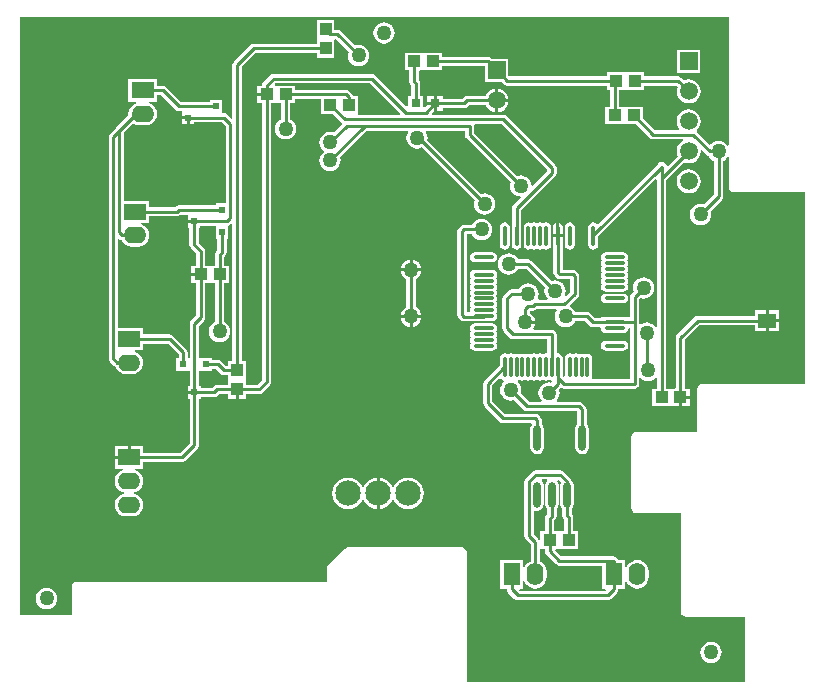
<source format=gtl>
G04*
G04 #@! TF.GenerationSoftware,Altium Limited,Altium Designer,19.1.5 (86)*
G04*
G04 Layer_Physical_Order=1*
G04 Layer_Color=255*
%FSLAX25Y25*%
%MOIN*%
G70*
G01*
G75*
%ADD16C,0.01000*%
%ADD17R,0.04134X0.03937*%
%ADD18R,0.03937X0.04134*%
%ADD21R,0.02441X0.02264*%
%ADD22O,0.02362X0.08661*%
%ADD23R,0.06122X0.05118*%
%ADD24R,0.03150X0.03150*%
%ADD25R,0.02264X0.02441*%
%ADD43O,0.07087X0.01181*%
%ADD44O,0.01181X0.07087*%
%ADD45C,0.05906*%
%ADD46R,0.05906X0.05906*%
%ADD47O,0.07500X0.05500*%
%ADD48R,0.07500X0.05500*%
%ADD49O,0.05500X0.07500*%
%ADD50R,0.05500X0.07500*%
%ADD51C,0.08465*%
%ADD52C,0.05000*%
G36*
X466471Y350007D02*
X465971Y349878D01*
X465496Y350496D01*
X464765Y351057D01*
X463914Y351410D01*
X463000Y351530D01*
X462086Y351410D01*
X461235Y351057D01*
X460504Y350496D01*
X460371Y350323D01*
X459872Y350291D01*
X455702Y354461D01*
X455675Y355070D01*
X455819Y355181D01*
X456453Y356007D01*
X456851Y356968D01*
X456987Y358000D01*
X456851Y359032D01*
X456453Y359993D01*
X455819Y360819D01*
X454993Y361453D01*
X454032Y361851D01*
X453000Y361987D01*
X451968Y361851D01*
X451007Y361453D01*
X450181Y360819D01*
X449547Y359993D01*
X449149Y359032D01*
X449013Y358000D01*
X449149Y356968D01*
X449547Y356007D01*
X449877Y355577D01*
X449631Y355077D01*
X441834D01*
X437716Y359194D01*
Y362968D01*
X431917D01*
X431583Y362968D01*
X431083Y362968D01*
X429880D01*
Y368531D01*
X431583D01*
X431917Y368531D01*
X432417Y368531D01*
X438216D01*
Y369971D01*
X448867D01*
X449341Y369496D01*
X449149Y369032D01*
X449013Y368000D01*
X449149Y366968D01*
X449547Y366007D01*
X450181Y365181D01*
X451007Y364547D01*
X451968Y364149D01*
X453000Y364013D01*
X454032Y364149D01*
X454993Y364547D01*
X455819Y365181D01*
X456453Y366007D01*
X456851Y366968D01*
X456987Y368000D01*
X456851Y369032D01*
X456453Y369993D01*
X455819Y370819D01*
X454993Y371453D01*
X454032Y371851D01*
X453000Y371987D01*
X451968Y371851D01*
X451504Y371659D01*
X450581Y372581D01*
X450085Y372913D01*
X449500Y373029D01*
X438216D01*
Y374468D01*
X432417D01*
X432083Y374468D01*
X431583Y374468D01*
X425783D01*
Y373029D01*
X393133D01*
X392953Y373210D01*
Y378953D01*
X387210D01*
X387081Y379081D01*
X386585Y379413D01*
X386000Y379529D01*
X370866D01*
Y380968D01*
X365067D01*
X364732Y380968D01*
X364232Y380968D01*
X358433D01*
Y375031D01*
X359971D01*
Y371204D01*
X360087Y370619D01*
X360419Y370123D01*
X360475Y370066D01*
Y366575D01*
X359429D01*
Y363187D01*
X358967Y362996D01*
X348581Y373381D01*
X348085Y373713D01*
X347500Y373829D01*
X314650D01*
X314065Y373713D01*
X313569Y373381D01*
X311269Y371081D01*
X310937Y370585D01*
X310821Y370000D01*
Y369969D01*
X309283D01*
Y367500D01*
X312350D01*
Y366500D01*
X309283D01*
Y364032D01*
X310821D01*
Y271885D01*
X309167Y270230D01*
X305469D01*
Y271768D01*
X305469D01*
Y271933D01*
X305469D01*
Y278067D01*
X304029D01*
Y376217D01*
X308633Y380821D01*
X329031D01*
Y379283D01*
X334968D01*
Y385161D01*
X335469Y385369D01*
X339688Y381149D01*
X339590Y380914D01*
X339470Y380000D01*
X339590Y379086D01*
X339943Y378235D01*
X340504Y377504D01*
X341235Y376943D01*
X342086Y376590D01*
X343000Y376470D01*
X343914Y376590D01*
X344765Y376943D01*
X345496Y377504D01*
X346057Y378235D01*
X346410Y379086D01*
X346530Y380000D01*
X346410Y380914D01*
X346057Y381765D01*
X345496Y382496D01*
X344765Y383057D01*
X343914Y383410D01*
X343000Y383530D01*
X342086Y383410D01*
X341851Y383312D01*
X336999Y388164D01*
X336503Y388496D01*
X335917Y388612D01*
X334968D01*
Y391717D01*
X329031D01*
Y385917D01*
X329031Y385583D01*
X329031Y385083D01*
Y383880D01*
X308000D01*
X307415Y383763D01*
X306919Y383432D01*
X301419Y377932D01*
X301087Y377436D01*
X300971Y376850D01*
Y359105D01*
X300509Y358914D01*
X299081Y360341D01*
X298585Y360673D01*
X298000Y360789D01*
X297632D01*
Y365220D01*
X293368D01*
Y364529D01*
X283834D01*
X278907Y369455D01*
X278411Y369787D01*
X277826Y369903D01*
X275750D01*
Y372124D01*
X266250D01*
Y364624D01*
X268912D01*
X269021Y364154D01*
X268109Y363776D01*
X267325Y363175D01*
X266724Y362391D01*
X266347Y361479D01*
X266218Y360500D01*
X266278Y360041D01*
X262119Y355881D01*
X260119Y353881D01*
X259787Y353385D01*
X259671Y352800D01*
Y279000D01*
X259787Y278415D01*
X260119Y277919D01*
X261493Y276545D01*
X261989Y276213D01*
X262030Y276205D01*
X262224Y275735D01*
X262825Y274952D01*
X263609Y274350D01*
X264521Y273973D01*
X265500Y273844D01*
X267500D01*
X268479Y273973D01*
X269391Y274350D01*
X270175Y274952D01*
X270776Y275735D01*
X271153Y276647D01*
X271282Y277626D01*
X271153Y278605D01*
X270776Y279517D01*
X270175Y280300D01*
X269391Y280902D01*
X268479Y281279D01*
X268588Y281750D01*
X271250D01*
Y283971D01*
X279366D01*
X282990Y280347D01*
Y279132D01*
X282299D01*
Y274868D01*
X286730D01*
Y269777D01*
X286039D01*
Y268146D01*
X288260D01*
Y267146D01*
X286039D01*
Y265514D01*
X286730D01*
Y250893D01*
X283366Y247529D01*
X271250D01*
Y249750D01*
X267000D01*
Y246000D01*
X266500D01*
Y245500D01*
X261750D01*
Y242250D01*
X264412D01*
X264521Y241779D01*
X263609Y241402D01*
X262825Y240800D01*
X262224Y240017D01*
X261846Y239105D01*
X261718Y238126D01*
X261846Y237147D01*
X262224Y236235D01*
X262825Y235452D01*
X263609Y234850D01*
X264521Y234472D01*
X264759Y234441D01*
Y233937D01*
X264521Y233906D01*
X263609Y233528D01*
X262825Y232927D01*
X262224Y232143D01*
X261846Y231231D01*
X261718Y230252D01*
X261846Y229273D01*
X262224Y228361D01*
X262825Y227577D01*
X263609Y226976D01*
X264521Y226599D01*
X265500Y226470D01*
X267500D01*
X268479Y226599D01*
X269391Y226976D01*
X270175Y227577D01*
X270776Y228361D01*
X271153Y229273D01*
X271282Y230252D01*
X271153Y231231D01*
X270776Y232143D01*
X270175Y232927D01*
X269391Y233528D01*
X268479Y233906D01*
X268241Y233937D01*
Y234441D01*
X268479Y234472D01*
X269391Y234850D01*
X270175Y235452D01*
X270776Y236235D01*
X271153Y237147D01*
X271282Y238126D01*
X271153Y239105D01*
X270776Y240017D01*
X270175Y240800D01*
X269391Y241402D01*
X268479Y241779D01*
X268588Y242250D01*
X271250D01*
Y244471D01*
X284000D01*
X284585Y244587D01*
X285081Y244919D01*
X289341Y249178D01*
X289673Y249675D01*
X289789Y250260D01*
Y265514D01*
X290480D01*
Y266116D01*
X294800D01*
X295385Y266233D01*
X295881Y266564D01*
X296489Y267171D01*
X299532D01*
Y265634D01*
X302000D01*
Y268701D01*
X303000D01*
Y265634D01*
X305469D01*
Y267171D01*
X309800D01*
X310385Y267288D01*
X310881Y267619D01*
X313432Y270170D01*
X313763Y270666D01*
X313880Y271251D01*
Y364032D01*
X315417D01*
Y364032D01*
X315583D01*
Y364032D01*
X317120D01*
Y358675D01*
X316884Y358577D01*
X316153Y358016D01*
X315592Y357285D01*
X315240Y356433D01*
X315119Y355520D01*
X315240Y354606D01*
X315592Y353754D01*
X316153Y353023D01*
X316884Y352462D01*
X317736Y352110D01*
X318650Y351989D01*
X319563Y352110D01*
X320415Y352462D01*
X321146Y353023D01*
X321707Y353754D01*
X322059Y354606D01*
X322180Y355520D01*
X322059Y356433D01*
X321707Y357285D01*
X321146Y358016D01*
X320415Y358577D01*
X320179Y358675D01*
Y364032D01*
X321716D01*
Y365471D01*
X330433D01*
Y360531D01*
X334404D01*
X337297Y357639D01*
X337376Y357586D01*
X337425Y357088D01*
X334649Y354312D01*
X334414Y354410D01*
X333500Y354530D01*
X332586Y354410D01*
X331735Y354057D01*
X331004Y353496D01*
X330443Y352765D01*
X330090Y351914D01*
X329970Y351000D01*
X330090Y350086D01*
X330443Y349235D01*
X331004Y348504D01*
X331334Y348250D01*
Y347750D01*
X331004Y347496D01*
X330443Y346765D01*
X330090Y345914D01*
X329970Y345000D01*
X330090Y344086D01*
X330443Y343235D01*
X331004Y342504D01*
X331735Y341943D01*
X332586Y341590D01*
X333500Y341470D01*
X334414Y341590D01*
X335265Y341943D01*
X335996Y342504D01*
X336557Y343235D01*
X336910Y344086D01*
X337030Y345000D01*
X336910Y345914D01*
X336812Y346149D01*
X345634Y354971D01*
X359419D01*
X359640Y354522D01*
X359443Y354265D01*
X359090Y353414D01*
X358970Y352500D01*
X359090Y351586D01*
X359443Y350735D01*
X360004Y350004D01*
X360735Y349443D01*
X361586Y349090D01*
X362500Y348970D01*
X363414Y349090D01*
X364003Y349334D01*
X381688Y331649D01*
X381590Y331414D01*
X381470Y330500D01*
X381590Y329586D01*
X381943Y328735D01*
X382504Y328004D01*
X383235Y327443D01*
X384086Y327090D01*
X385000Y326970D01*
X385914Y327090D01*
X386765Y327443D01*
X387496Y328004D01*
X388057Y328735D01*
X388410Y329586D01*
X388530Y330500D01*
X388410Y331414D01*
X388057Y332265D01*
X387496Y332996D01*
X386765Y333557D01*
X385914Y333910D01*
X385000Y334030D01*
X384086Y333910D01*
X383851Y333812D01*
X365929Y351734D01*
X366030Y352500D01*
X365910Y353414D01*
X365557Y354265D01*
X365360Y354522D01*
X365581Y354971D01*
X378471D01*
Y353500D01*
X378587Y352915D01*
X378919Y352419D01*
X393688Y337649D01*
X393590Y337414D01*
X393470Y336500D01*
X393590Y335586D01*
X393943Y334735D01*
X394504Y334004D01*
X395235Y333443D01*
X396086Y333090D01*
X396799Y332996D01*
X397003Y332492D01*
X394592Y330081D01*
X394260Y329585D01*
X394144Y329000D01*
Y323267D01*
X394052Y322803D01*
Y316898D01*
X394175Y316277D01*
X394527Y315751D01*
X395053Y315399D01*
X395673Y315276D01*
X396294Y315399D01*
X396820Y315751D01*
X397171Y316277D01*
X397295Y316898D01*
Y322803D01*
X397203Y323267D01*
Y328366D01*
X408581Y339745D01*
X408913Y340242D01*
X409029Y340827D01*
Y342500D01*
X408913Y343085D01*
X408581Y343581D01*
X392361Y359802D01*
X391865Y360133D01*
X391280Y360250D01*
X367566D01*
X367375Y360712D01*
X368000Y361337D01*
Y363500D01*
X365837D01*
X365079Y362742D01*
X364579Y362949D01*
Y366575D01*
X363533D01*
Y370700D01*
X363417Y371285D01*
X363085Y371781D01*
X363029Y371837D01*
Y374678D01*
X363383Y375031D01*
X364567Y375031D01*
X365067Y375031D01*
X370866D01*
Y376471D01*
X385047D01*
Y371047D01*
X390790D01*
X391419Y370419D01*
X391915Y370087D01*
X392500Y369971D01*
X425783D01*
Y368531D01*
X426821D01*
Y362968D01*
X425283D01*
Y357031D01*
X431083D01*
X431417Y357031D01*
X431917Y357031D01*
X435554D01*
X440119Y352466D01*
X440616Y352134D01*
X441201Y352018D01*
X451064D01*
X451164Y351518D01*
X451007Y351453D01*
X450181Y350819D01*
X449547Y349993D01*
X449149Y349032D01*
X449013Y348000D01*
X449149Y346968D01*
X449341Y346504D01*
X445996Y343159D01*
X445454Y343324D01*
X445413Y343529D01*
X445081Y344025D01*
X444585Y344356D01*
X444000Y344473D01*
X443415Y344356D01*
X442919Y344025D01*
X442850Y343922D01*
X422836Y323908D01*
X422410Y323950D01*
X421884Y324301D01*
X421264Y324425D01*
X420643Y324301D01*
X420117Y323950D01*
X419766Y323424D01*
X419642Y322803D01*
Y316898D01*
X419766Y316277D01*
X420117Y315751D01*
X420643Y315399D01*
X421264Y315276D01*
X421884Y315399D01*
X422410Y315751D01*
X422762Y316277D01*
X422886Y316898D01*
Y319632D01*
X441971Y338717D01*
X442471Y338510D01*
Y289507D01*
X441971Y289378D01*
X441496Y289996D01*
X440765Y290557D01*
X439914Y290910D01*
X439000Y291030D01*
X438086Y290910D01*
X437235Y290557D01*
X436978Y290360D01*
X436529Y290581D01*
Y298856D01*
X436906Y299165D01*
X437086Y299090D01*
X438000Y298970D01*
X438914Y299090D01*
X439765Y299443D01*
X440496Y300004D01*
X441057Y300735D01*
X441410Y301586D01*
X441530Y302500D01*
X441410Y303414D01*
X441057Y304265D01*
X440496Y304996D01*
X439765Y305557D01*
X438914Y305910D01*
X438000Y306030D01*
X437086Y305910D01*
X436235Y305557D01*
X435504Y304996D01*
X434943Y304265D01*
X434590Y303414D01*
X434470Y302500D01*
X434590Y301586D01*
X434688Y301351D01*
X433919Y300581D01*
X433587Y300085D01*
X433471Y299500D01*
Y292762D01*
X428350D01*
X428350Y292762D01*
X424532D01*
X423946Y292645D01*
X423773Y292529D01*
X421633D01*
X420081Y294081D01*
X419585Y294413D01*
X419000Y294529D01*
X415155D01*
X415057Y294765D01*
X414496Y295496D01*
X413765Y296057D01*
X413442Y296191D01*
X413344Y296681D01*
X416081Y299419D01*
X416413Y299915D01*
X416529Y300500D01*
Y306414D01*
X416413Y306999D01*
X416081Y307496D01*
X415496Y308081D01*
X414999Y308413D01*
X414414Y308529D01*
X410982D01*
Y316434D01*
X411074Y316898D01*
Y319350D01*
X407831D01*
Y316898D01*
X407923Y316434D01*
Y307586D01*
X408040Y307000D01*
X408371Y306504D01*
X408957Y305919D01*
X409453Y305587D01*
X410039Y305471D01*
X413471D01*
Y301133D01*
X412117Y299780D01*
X411693Y300063D01*
X411910Y300586D01*
X412030Y301500D01*
X411910Y302414D01*
X411557Y303265D01*
X410996Y303996D01*
X410265Y304557D01*
X409414Y304910D01*
X408500Y305030D01*
X407586Y304910D01*
X407351Y304812D01*
X400581Y311581D01*
X400085Y311913D01*
X399500Y312029D01*
X396155D01*
X396057Y312265D01*
X395496Y312996D01*
X394765Y313557D01*
X393914Y313910D01*
X393000Y314030D01*
X392086Y313910D01*
X391235Y313557D01*
X390504Y312996D01*
X389943Y312265D01*
X389590Y311414D01*
X389470Y310500D01*
X389590Y309586D01*
X389943Y308735D01*
X390504Y308004D01*
X391235Y307443D01*
X392086Y307090D01*
X393000Y306970D01*
X393914Y307090D01*
X394765Y307443D01*
X395496Y308004D01*
X396057Y308735D01*
X396155Y308971D01*
X398867D01*
X405188Y302649D01*
X405090Y302414D01*
X404970Y301500D01*
X405090Y300586D01*
X405443Y299735D01*
X405984Y299029D01*
X405956Y298858D01*
X405844Y298529D01*
X403005D01*
X402679Y299029D01*
X402910Y299586D01*
X403030Y300500D01*
X402910Y301414D01*
X402557Y302265D01*
X401996Y302996D01*
X401265Y303557D01*
X400414Y303910D01*
X399500Y304030D01*
X398586Y303910D01*
X397735Y303557D01*
X397004Y302996D01*
X396443Y302265D01*
X396345Y302029D01*
X394000D01*
X393415Y301913D01*
X392919Y301581D01*
X391419Y300081D01*
X391087Y299585D01*
X390971Y299000D01*
Y289000D01*
X391087Y288415D01*
X391419Y287919D01*
X393419Y285919D01*
X393915Y285587D01*
X394500Y285471D01*
X405436D01*
X405516Y285455D01*
X405955D01*
Y281031D01*
X405568Y280714D01*
X405516Y280724D01*
X404895Y280601D01*
X404531Y280358D01*
X404168Y280601D01*
X403547Y280724D01*
X402927Y280601D01*
X402563Y280358D01*
X402199Y280601D01*
X401579Y280724D01*
X400958Y280601D01*
X400595Y280358D01*
X400231Y280601D01*
X399610Y280724D01*
X398990Y280601D01*
X398626Y280358D01*
X398262Y280601D01*
X397642Y280724D01*
X397021Y280601D01*
X396657Y280358D01*
X396294Y280601D01*
X395673Y280724D01*
X395053Y280601D01*
X394689Y280358D01*
X394325Y280601D01*
X393705Y280724D01*
X393084Y280601D01*
X392721Y280358D01*
X392357Y280601D01*
X391736Y280724D01*
X391116Y280601D01*
X390589Y280249D01*
X390238Y279723D01*
X390114Y279102D01*
Y276813D01*
X385004Y271703D01*
X384673Y271206D01*
X384556Y270621D01*
Y264000D01*
X384673Y263415D01*
X385004Y262919D01*
X390004Y257919D01*
X390500Y257587D01*
X391086Y257471D01*
X400545D01*
X400794Y256971D01*
X400445Y256449D01*
X400276Y255598D01*
Y249299D01*
X400445Y248448D01*
X400927Y247727D01*
X401649Y247245D01*
X402500Y247075D01*
X403351Y247245D01*
X404073Y247727D01*
X404555Y248448D01*
X404724Y249299D01*
Y255598D01*
X404555Y256449D01*
X404073Y257171D01*
X404029Y257200D01*
Y258414D01*
X403913Y258999D01*
X403581Y259496D01*
X402996Y260081D01*
X402499Y260413D01*
X401914Y260529D01*
X391719D01*
X387615Y264633D01*
Y269988D01*
X389864Y272236D01*
X390508Y272173D01*
X390589Y272050D01*
X391116Y271699D01*
X391264Y271669D01*
X391389Y271134D01*
X391209Y270996D01*
X390648Y270265D01*
X390295Y269414D01*
X390175Y268500D01*
X390295Y267586D01*
X390648Y266735D01*
X391209Y266004D01*
X391940Y265443D01*
X392791Y265090D01*
X393705Y264970D01*
X394619Y265090D01*
X394854Y265188D01*
X398123Y261919D01*
X398620Y261587D01*
X399205Y261471D01*
X415867D01*
X415971Y261367D01*
Y257200D01*
X415928Y257171D01*
X415445Y256449D01*
X415276Y255598D01*
Y249299D01*
X415445Y248448D01*
X415928Y247727D01*
X416649Y247245D01*
X417500Y247075D01*
X418351Y247245D01*
X419072Y247727D01*
X419555Y248448D01*
X419724Y249299D01*
Y255598D01*
X419555Y256449D01*
X419072Y257171D01*
X419029Y257200D01*
Y262000D01*
X418913Y262585D01*
X418581Y263081D01*
X417581Y264081D01*
X417085Y264413D01*
X416500Y264529D01*
X409156D01*
X409044Y264858D01*
X409016Y265029D01*
X409557Y265735D01*
X409910Y266586D01*
X410030Y267500D01*
X409910Y268414D01*
X409812Y268649D01*
X410495Y269332D01*
X410861Y269087D01*
X411446Y268971D01*
X435000D01*
X435585Y269087D01*
X436081Y269419D01*
X436413Y269915D01*
X436529Y270500D01*
Y272344D01*
X436858Y272456D01*
X437029Y272484D01*
X437735Y271943D01*
X438586Y271590D01*
X439500Y271470D01*
X440414Y271590D01*
X441265Y271943D01*
X441971Y272484D01*
X442142Y272456D01*
X442471Y272344D01*
Y268969D01*
X440933D01*
Y263032D01*
X446732D01*
X447067Y263032D01*
X447567Y263032D01*
X449799D01*
Y266000D01*
X450299D01*
Y266500D01*
X453366D01*
Y268969D01*
X451829D01*
Y285308D01*
X456634Y290112D01*
X475089D01*
Y288083D01*
X478650D01*
Y291642D01*
Y295201D01*
X475089D01*
Y293171D01*
X456000D01*
X455415Y293055D01*
X454919Y292723D01*
X449218Y287022D01*
X448886Y286526D01*
X448770Y285941D01*
Y269322D01*
X448416Y268969D01*
X447232Y268969D01*
X446732Y268969D01*
X445529D01*
Y338367D01*
X451504Y344341D01*
X451968Y344149D01*
X453000Y344013D01*
X454032Y344149D01*
X454993Y344547D01*
X455819Y345181D01*
X456453Y346007D01*
X456851Y346968D01*
X456987Y348000D01*
X456959Y348208D01*
X457408Y348429D01*
X458919Y346919D01*
X459415Y346587D01*
X459831Y346504D01*
X459943Y346235D01*
X460504Y345504D01*
X461235Y344943D01*
X461471Y344845D01*
Y333633D01*
X458149Y330312D01*
X457914Y330410D01*
X457000Y330530D01*
X456086Y330410D01*
X455235Y330057D01*
X454504Y329496D01*
X453943Y328765D01*
X453590Y327914D01*
X453470Y327000D01*
X453590Y326086D01*
X453943Y325235D01*
X454504Y324504D01*
X455235Y323943D01*
X456086Y323590D01*
X457000Y323470D01*
X457914Y323590D01*
X458765Y323943D01*
X459496Y324504D01*
X460057Y325235D01*
X460410Y326086D01*
X460530Y327000D01*
X460410Y327914D01*
X460312Y328149D01*
X464081Y331919D01*
X464413Y332415D01*
X464529Y333000D01*
Y344845D01*
X464765Y344943D01*
X465496Y345504D01*
X465971Y346122D01*
X466471Y345993D01*
Y336000D01*
X466587Y335415D01*
X466919Y334919D01*
X467415Y334587D01*
X468000Y334471D01*
X491971D01*
Y270529D01*
X457500D01*
X456915Y270413D01*
X456419Y270081D01*
X456087Y269585D01*
X455971Y269000D01*
Y254529D01*
X435500D01*
X434915Y254413D01*
X434419Y254081D01*
X434087Y253585D01*
X433971Y253000D01*
Y229000D01*
X434087Y228415D01*
X434419Y227919D01*
X434915Y227587D01*
X435500Y227471D01*
X450471D01*
Y194500D01*
X450587Y193915D01*
X450919Y193419D01*
X451415Y193087D01*
X452000Y192971D01*
X471971D01*
Y171029D01*
X379029D01*
Y214500D01*
X378913Y215085D01*
X378581Y215581D01*
X378085Y215913D01*
X377500Y216029D01*
X339500D01*
X338915Y215913D01*
X338419Y215581D01*
X332919Y210081D01*
X332587Y209585D01*
X332471Y209000D01*
Y204529D01*
X249000D01*
X248415Y204413D01*
X247919Y204081D01*
X247587Y203585D01*
X247471Y203000D01*
Y193529D01*
X230029D01*
Y392971D01*
X466471D01*
Y350007D01*
D02*
G37*
G36*
X356925Y360712D02*
X356734Y360250D01*
X343249D01*
X342866Y360531D01*
Y366469D01*
X341235D01*
X341212Y366585D01*
X340881Y367081D01*
X339881Y368081D01*
X339385Y368413D01*
X338799Y368529D01*
X321716D01*
Y369969D01*
X315583D01*
Y369969D01*
X315417D01*
X315272Y370066D01*
X315184Y370671D01*
X315284Y370771D01*
X346866D01*
X356925Y360712D01*
D02*
G37*
G36*
X282119Y361919D02*
X282615Y361587D01*
X283200Y361471D01*
X284014D01*
Y359760D01*
X286146D01*
Y359260D01*
X286646D01*
Y357039D01*
X288278D01*
Y357730D01*
X297366D01*
X298671Y356426D01*
Y330720D01*
X295368D01*
Y330029D01*
X283000D01*
X282415Y329913D01*
X281919Y329581D01*
X281740Y329403D01*
X273250D01*
Y331624D01*
X264729D01*
Y354167D01*
X267927Y357364D01*
X268109Y357224D01*
X269021Y356846D01*
X270000Y356718D01*
X272000D01*
X272979Y356846D01*
X273891Y357224D01*
X274675Y357825D01*
X275276Y358609D01*
X275654Y359521D01*
X275782Y360500D01*
X275654Y361479D01*
X275276Y362391D01*
X274675Y363175D01*
X273891Y363776D01*
X272979Y364154D01*
X273088Y364624D01*
X275750D01*
Y366845D01*
X277192D01*
X282119Y361919D01*
D02*
G37*
G36*
X405971Y341866D02*
Y341460D01*
X401008Y336497D01*
X400504Y336701D01*
X400410Y337414D01*
X400057Y338265D01*
X399496Y338996D01*
X398765Y339557D01*
X397914Y339910D01*
X397000Y340030D01*
X396086Y339910D01*
X395851Y339812D01*
X381529Y354134D01*
Y356500D01*
X381491Y356691D01*
X381898Y357191D01*
X390646D01*
X405971Y341866D01*
D02*
G37*
G36*
X286014Y325260D02*
X288146D01*
Y324260D01*
X286014D01*
Y322539D01*
X286616D01*
Y316905D01*
X286733Y316319D01*
X287064Y315823D01*
X288821Y314067D01*
Y309968D01*
X287283D01*
Y307500D01*
X290350D01*
Y306500D01*
X287283D01*
Y304031D01*
X288821D01*
Y293334D01*
X287178Y291691D01*
X286847Y291195D01*
X286730Y290609D01*
Y279132D01*
X286049D01*
Y280980D01*
X285933Y281566D01*
X285601Y282062D01*
X281081Y286581D01*
X280585Y286913D01*
X280000Y287029D01*
X271250D01*
Y289250D01*
X262729D01*
Y318670D01*
X263229Y318845D01*
X263615Y318587D01*
X264063Y318498D01*
X264224Y318109D01*
X264826Y317325D01*
X265609Y316724D01*
X266521Y316347D01*
X267500Y316218D01*
X269500D01*
X270479Y316347D01*
X271391Y316724D01*
X272175Y317325D01*
X272776Y318109D01*
X273153Y319021D01*
X273282Y320000D01*
X273153Y320979D01*
X272776Y321891D01*
X272175Y322674D01*
X271391Y323276D01*
X270479Y323654D01*
X270588Y324124D01*
X273250D01*
Y326345D01*
X282374D01*
X282959Y326461D01*
X283455Y326793D01*
X283633Y326971D01*
X286014D01*
Y325260D01*
D02*
G37*
G36*
X295368Y318799D02*
X295971D01*
Y314984D01*
X295568Y314581D01*
X295237Y314085D01*
X295120Y313500D01*
Y309968D01*
X293583D01*
Y309968D01*
X293417D01*
Y309968D01*
X291880D01*
Y314700D01*
X291763Y315285D01*
X291432Y315781D01*
X289675Y317538D01*
Y322539D01*
X290278D01*
Y323230D01*
X295368D01*
Y318799D01*
D02*
G37*
G36*
X300971Y323914D02*
Y278067D01*
X299532D01*
Y276529D01*
X298833D01*
X297281Y278081D01*
X296785Y278413D01*
X296200Y278529D01*
X294220D01*
Y279132D01*
X289789D01*
Y289976D01*
X291432Y291619D01*
X291763Y292115D01*
X291880Y292700D01*
Y304031D01*
X293417D01*
Y304031D01*
X293583D01*
Y304031D01*
X295120D01*
Y291155D01*
X294884Y291057D01*
X294153Y290496D01*
X293592Y289765D01*
X293240Y288914D01*
X293119Y288000D01*
X293240Y287086D01*
X293592Y286235D01*
X294153Y285504D01*
X294884Y284943D01*
X295736Y284590D01*
X296650Y284470D01*
X297563Y284590D01*
X298415Y284943D01*
X299146Y285504D01*
X299707Y286235D01*
X300060Y287086D01*
X300180Y288000D01*
X300060Y288914D01*
X299707Y289765D01*
X299146Y290496D01*
X298415Y291057D01*
X298179Y291155D01*
Y304031D01*
X299716D01*
Y309968D01*
X298179D01*
Y312866D01*
X298581Y313269D01*
X298913Y313765D01*
X299029Y314350D01*
Y318799D01*
X299632D01*
Y323240D01*
X299966Y323602D01*
X300081Y323678D01*
X300509Y324106D01*
X300971Y323914D01*
D02*
G37*
G36*
X409140Y295022D02*
X408943Y294765D01*
X408590Y293914D01*
X408470Y293000D01*
X408590Y292086D01*
X408943Y291235D01*
X409504Y290504D01*
X410235Y289943D01*
X411086Y289590D01*
X412000Y289470D01*
X412914Y289590D01*
X413765Y289943D01*
X414496Y290504D01*
X415057Y291235D01*
X415155Y291471D01*
X418366D01*
X419919Y289919D01*
X420415Y289587D01*
X421000Y289471D01*
X423506D01*
X423776Y289142D01*
X423899Y288521D01*
X424251Y287995D01*
X424777Y287644D01*
X425398Y287520D01*
X431303D01*
X431924Y287644D01*
X432450Y287995D01*
X432801Y288521D01*
X432880Y288916D01*
X433319Y289235D01*
X433412Y289257D01*
X433471Y289236D01*
Y272029D01*
X421029D01*
X420762Y272529D01*
X420793Y272576D01*
X420917Y273197D01*
Y279102D01*
X420793Y279723D01*
X420442Y280249D01*
X419916Y280601D01*
X419295Y280724D01*
X418675Y280601D01*
X418311Y280358D01*
X417947Y280601D01*
X417327Y280724D01*
X416706Y280601D01*
X416342Y280358D01*
X415979Y280601D01*
X415358Y280724D01*
X414738Y280601D01*
X414374Y280358D01*
X414010Y280601D01*
X413390Y280724D01*
X412769Y280601D01*
X412243Y280249D01*
X411892Y279723D01*
X411768Y279102D01*
Y273197D01*
X411769Y273190D01*
X411311Y272931D01*
X411066Y273154D01*
X411074Y273197D01*
Y279102D01*
X410951Y279723D01*
X410600Y280249D01*
X410073Y280601D01*
X409453Y280724D01*
X409400Y280714D01*
X409014Y281031D01*
Y286984D01*
X408897Y287569D01*
X408566Y288066D01*
X408070Y288397D01*
X407484Y288514D01*
X405579D01*
X405500Y288529D01*
X401495D01*
X401248Y289029D01*
X401490Y289345D01*
X401843Y290196D01*
X401897Y290610D01*
X398433D01*
Y291610D01*
X401897D01*
X401843Y292024D01*
X401490Y292875D01*
X400929Y293606D01*
X400211Y294157D01*
X400193Y294201D01*
X400119Y294701D01*
X400369Y294971D01*
X401157D01*
X401742Y295087D01*
X402238Y295419D01*
X402290Y295471D01*
X408919D01*
X409140Y295022D01*
D02*
G37*
G36*
X404895Y271699D02*
X405516Y271575D01*
X406136Y271699D01*
X406500Y271941D01*
X406864Y271699D01*
X407484Y271575D01*
X407530Y271317D01*
X407070Y270955D01*
X406500Y271030D01*
X405586Y270910D01*
X404735Y270557D01*
X404004Y269996D01*
X403443Y269265D01*
X403090Y268414D01*
X402970Y267500D01*
X403090Y266586D01*
X403443Y265735D01*
X403984Y265029D01*
X403956Y264858D01*
X403844Y264529D01*
X399838D01*
X397017Y267351D01*
X397115Y267586D01*
X397235Y268500D01*
X397115Y269414D01*
X396762Y270265D01*
X396201Y270996D01*
X396021Y271134D01*
X396146Y271669D01*
X396294Y271699D01*
X396657Y271942D01*
X397021Y271699D01*
X397642Y271575D01*
X398262Y271699D01*
X398626Y271941D01*
X398990Y271699D01*
X399610Y271575D01*
X400231Y271699D01*
X400595Y271942D01*
X400958Y271699D01*
X401579Y271575D01*
X402199Y271699D01*
X402563Y271941D01*
X402927Y271699D01*
X403547Y271575D01*
X404168Y271699D01*
X404531Y271942D01*
X404895Y271699D01*
D02*
G37*
G36*
X297119Y273919D02*
X297615Y273587D01*
X298200Y273471D01*
X299532D01*
Y271933D01*
X299532D01*
Y271768D01*
X299532D01*
Y270230D01*
X295855D01*
X295270Y270114D01*
X294774Y269782D01*
X294166Y269175D01*
X290480D01*
Y269777D01*
X289789D01*
Y274868D01*
X294220D01*
Y275471D01*
X295567D01*
X297119Y273919D01*
D02*
G37*
%LPC*%
G36*
X351500Y391030D02*
X350586Y390910D01*
X349735Y390557D01*
X349004Y389996D01*
X348443Y389265D01*
X348090Y388414D01*
X347970Y387500D01*
X348090Y386586D01*
X348443Y385735D01*
X349004Y385004D01*
X349735Y384443D01*
X350586Y384090D01*
X351500Y383970D01*
X352414Y384090D01*
X353265Y384443D01*
X353996Y385004D01*
X354557Y385735D01*
X354910Y386586D01*
X355030Y387500D01*
X354910Y388414D01*
X354557Y389265D01*
X353996Y389996D01*
X353265Y390557D01*
X352414Y390910D01*
X351500Y391030D01*
D02*
G37*
G36*
X456953Y381953D02*
X449047D01*
Y374047D01*
X456953D01*
Y381953D01*
D02*
G37*
G36*
X388500Y368921D02*
X387968Y368851D01*
X387007Y368453D01*
X386181Y367819D01*
X385547Y366993D01*
X385355Y366529D01*
X379200D01*
X378615Y366413D01*
X378119Y366081D01*
X377567Y365529D01*
X371075D01*
Y366575D01*
X369000D01*
Y364000D01*
Y361425D01*
X371075D01*
Y362471D01*
X378200D01*
X378785Y362587D01*
X379281Y362919D01*
X379834Y363471D01*
X385355D01*
X385547Y363007D01*
X386181Y362181D01*
X387007Y361547D01*
X387968Y361149D01*
X388500Y361079D01*
Y365000D01*
X389000D01*
D01*
X388500D01*
Y368921D01*
D02*
G37*
G36*
X389500D02*
Y365500D01*
X392921D01*
X392851Y366032D01*
X392453Y366993D01*
X391819Y367819D01*
X390993Y368453D01*
X390032Y368851D01*
X389500Y368921D01*
D02*
G37*
G36*
X368000Y366575D02*
X365925D01*
Y364500D01*
X368000D01*
Y366575D01*
D02*
G37*
G36*
X392921Y364500D02*
X389500D01*
Y361079D01*
X390032Y361149D01*
X390993Y361547D01*
X391819Y362181D01*
X392453Y363007D01*
X392851Y363968D01*
X392921Y364500D01*
D02*
G37*
G36*
X453000Y341987D02*
X451968Y341851D01*
X451007Y341453D01*
X450181Y340819D01*
X449547Y339993D01*
X449149Y339032D01*
X449013Y338000D01*
X449149Y336968D01*
X449547Y336007D01*
X450181Y335181D01*
X451007Y334547D01*
X451968Y334149D01*
X453000Y334013D01*
X454032Y334149D01*
X454993Y334547D01*
X455819Y335181D01*
X456453Y336007D01*
X456851Y336968D01*
X456987Y338000D01*
X456851Y339032D01*
X456453Y339993D01*
X455819Y340819D01*
X454993Y341453D01*
X454032Y341851D01*
X453000Y341987D01*
D02*
G37*
G36*
X405516Y324425D02*
X404895Y324301D01*
X404531Y324058D01*
X404168Y324301D01*
X403547Y324425D01*
X402927Y324301D01*
X402563Y324059D01*
X402199Y324301D01*
X401579Y324425D01*
X400958Y324301D01*
X400595Y324058D01*
X400231Y324301D01*
X399610Y324425D01*
X398990Y324301D01*
X398464Y323950D01*
X398112Y323424D01*
X397989Y322803D01*
Y316898D01*
X398112Y316277D01*
X398464Y315751D01*
X398990Y315399D01*
X399610Y315276D01*
X400231Y315399D01*
X400595Y315642D01*
X400958Y315399D01*
X401579Y315276D01*
X402199Y315399D01*
X402563Y315642D01*
X402927Y315399D01*
X403547Y315276D01*
X404168Y315399D01*
X404531Y315642D01*
X404895Y315399D01*
X405516Y315276D01*
X406136Y315399D01*
X406663Y315751D01*
X407014Y316277D01*
X407137Y316898D01*
Y322803D01*
X407014Y323424D01*
X406663Y323950D01*
X406136Y324301D01*
X405516Y324425D01*
D02*
G37*
G36*
X409953Y324325D02*
Y320350D01*
X411074D01*
Y322803D01*
X410951Y323424D01*
X410600Y323950D01*
X410073Y324301D01*
X409953Y324325D01*
D02*
G37*
G36*
X408953D02*
X408832Y324301D01*
X408306Y323950D01*
X407955Y323424D01*
X407831Y322803D01*
Y320350D01*
X408953D01*
Y324325D01*
D02*
G37*
G36*
X384000Y325530D02*
X383086Y325410D01*
X382235Y325057D01*
X381504Y324496D01*
X380943Y323765D01*
X380845Y323529D01*
X378086D01*
X377501Y323413D01*
X377004Y323081D01*
X376419Y322496D01*
X376087Y322000D01*
X375971Y321414D01*
Y293542D01*
X376087Y292957D01*
X376419Y292461D01*
X377004Y291875D01*
X377501Y291544D01*
X378086Y291427D01*
X384650D01*
X384800Y291457D01*
X387602D01*
X388223Y291581D01*
X388749Y291932D01*
X389101Y292458D01*
X389224Y293079D01*
X389101Y293699D01*
X388858Y294063D01*
X389101Y294427D01*
X389224Y295047D01*
X389101Y295668D01*
X388858Y296031D01*
X389101Y296395D01*
X389224Y297016D01*
X389101Y297636D01*
X388858Y298000D01*
X389101Y298364D01*
X389224Y298984D01*
X389101Y299605D01*
X388858Y299969D01*
X389101Y300332D01*
X389224Y300953D01*
X389101Y301573D01*
X388858Y301937D01*
X389101Y302301D01*
X389224Y302921D01*
X389101Y303542D01*
X388858Y303906D01*
X389101Y304269D01*
X389224Y304890D01*
X389101Y305510D01*
X388858Y305874D01*
X389101Y306238D01*
X389224Y306858D01*
X389101Y307479D01*
X388749Y308005D01*
X388223Y308356D01*
X387602Y308480D01*
X381697D01*
X381076Y308356D01*
X380550Y308005D01*
X380199Y307479D01*
X380075Y306858D01*
X380199Y306238D01*
X380441Y305874D01*
X380199Y305510D01*
X380075Y304890D01*
X380199Y304269D01*
X380442Y303906D01*
X380199Y303542D01*
X380075Y302921D01*
X380199Y302301D01*
X380441Y301937D01*
X380199Y301573D01*
X380075Y300953D01*
X380199Y300332D01*
X380442Y299969D01*
X380199Y299605D01*
X380075Y298984D01*
X380199Y298364D01*
X380441Y298000D01*
X380199Y297636D01*
X380075Y297016D01*
X380199Y296395D01*
X380442Y296031D01*
X380199Y295668D01*
X380075Y295047D01*
X380110Y294873D01*
X379793Y294486D01*
X379029D01*
Y320471D01*
X380845D01*
X380943Y320235D01*
X381504Y319504D01*
X382235Y318943D01*
X383086Y318590D01*
X384000Y318470D01*
X384914Y318590D01*
X385765Y318943D01*
X386496Y319504D01*
X387057Y320235D01*
X387410Y321086D01*
X387530Y322000D01*
X387410Y322914D01*
X387057Y323765D01*
X386496Y324496D01*
X385765Y325057D01*
X384914Y325410D01*
X384000Y325530D01*
D02*
G37*
G36*
X413390Y324425D02*
X412769Y324301D01*
X412243Y323950D01*
X411892Y323424D01*
X411768Y322803D01*
Y316898D01*
X411892Y316277D01*
X412243Y315751D01*
X412769Y315399D01*
X413390Y315276D01*
X414010Y315399D01*
X414537Y315751D01*
X414888Y316277D01*
X415012Y316898D01*
Y322803D01*
X414888Y323424D01*
X414537Y323950D01*
X414010Y324301D01*
X413390Y324425D01*
D02*
G37*
G36*
X391736D02*
X391116Y324301D01*
X390589Y323950D01*
X390238Y323424D01*
X390114Y322803D01*
Y316898D01*
X390238Y316277D01*
X390589Y315751D01*
X391116Y315399D01*
X391736Y315276D01*
X392357Y315399D01*
X392883Y315751D01*
X393234Y316277D01*
X393358Y316898D01*
Y322803D01*
X393234Y323424D01*
X392883Y323950D01*
X392357Y324301D01*
X391736Y324425D01*
D02*
G37*
G36*
X387602Y314386D02*
X381697D01*
X381076Y314262D01*
X380550Y313911D01*
X380199Y313384D01*
X380075Y312764D01*
X380199Y312143D01*
X380550Y311617D01*
X381076Y311265D01*
X381697Y311142D01*
X387602D01*
X388223Y311265D01*
X388749Y311617D01*
X389101Y312143D01*
X389224Y312764D01*
X389101Y313384D01*
X388749Y313911D01*
X388223Y314262D01*
X387602Y314386D01*
D02*
G37*
G36*
X361000Y311964D02*
Y309000D01*
X363964D01*
X363910Y309414D01*
X363557Y310265D01*
X362996Y310996D01*
X362265Y311557D01*
X361414Y311910D01*
X361000Y311964D01*
D02*
G37*
G36*
X360000D02*
X359586Y311910D01*
X358735Y311557D01*
X358004Y310996D01*
X357443Y310265D01*
X357090Y309414D01*
X357036Y309000D01*
X360000D01*
Y311964D01*
D02*
G37*
G36*
X431303Y314386D02*
X425398D01*
X424777Y314262D01*
X424251Y313911D01*
X423899Y313384D01*
X423776Y312764D01*
X423899Y312143D01*
X424142Y311779D01*
X423899Y311416D01*
X423776Y310795D01*
X423899Y310175D01*
X424142Y309811D01*
X423899Y309447D01*
X423776Y308827D01*
X423899Y308206D01*
X424142Y307842D01*
X423899Y307479D01*
X423776Y306858D01*
X423899Y306238D01*
X424142Y305874D01*
X423899Y305510D01*
X423776Y304890D01*
X423899Y304269D01*
X424142Y303906D01*
X423899Y303542D01*
X423776Y302921D01*
X423899Y302301D01*
X424251Y301775D01*
X424777Y301423D01*
X425398Y301300D01*
X431303D01*
X431924Y301423D01*
X432450Y301775D01*
X432801Y302301D01*
X432925Y302921D01*
X432801Y303542D01*
X432558Y303906D01*
X432801Y304269D01*
X432925Y304890D01*
X432801Y305510D01*
X432558Y305874D01*
X432801Y306238D01*
X432925Y306858D01*
X432801Y307479D01*
X432558Y307842D01*
X432801Y308206D01*
X432925Y308827D01*
X432801Y309447D01*
X432558Y309811D01*
X432801Y310175D01*
X432925Y310795D01*
X432801Y311416D01*
X432558Y311779D01*
X432801Y312143D01*
X432925Y312764D01*
X432801Y313384D01*
X432450Y313911D01*
X431924Y314262D01*
X431303Y314386D01*
D02*
G37*
G36*
Y300606D02*
X425398D01*
X424777Y300483D01*
X424251Y300131D01*
X423899Y299605D01*
X423776Y298984D01*
X423899Y298364D01*
X424251Y297837D01*
X424777Y297486D01*
X425398Y297362D01*
X431303D01*
X431924Y297486D01*
X432450Y297837D01*
X432801Y298364D01*
X432925Y298984D01*
X432801Y299605D01*
X432450Y300131D01*
X431924Y300483D01*
X431303Y300606D01*
D02*
G37*
G36*
X363964Y308000D02*
X357036D01*
X357090Y307586D01*
X357443Y306735D01*
X358004Y306004D01*
X358735Y305443D01*
X358971Y305345D01*
Y296155D01*
X358735Y296057D01*
X358004Y295496D01*
X357443Y294765D01*
X357090Y293914D01*
X357036Y293500D01*
X363964D01*
X363910Y293914D01*
X363557Y294765D01*
X362996Y295496D01*
X362265Y296057D01*
X362029Y296155D01*
Y305345D01*
X362265Y305443D01*
X362996Y306004D01*
X363557Y306735D01*
X363910Y307586D01*
X363964Y308000D01*
D02*
G37*
G36*
X483211Y295201D02*
X479650D01*
Y292142D01*
X483211D01*
Y295201D01*
D02*
G37*
G36*
X363964Y292500D02*
X361000D01*
Y289536D01*
X361414Y289590D01*
X362265Y289943D01*
X362996Y290504D01*
X363557Y291235D01*
X363910Y292086D01*
X363964Y292500D01*
D02*
G37*
G36*
X360000D02*
X357036D01*
X357090Y292086D01*
X357443Y291235D01*
X358004Y290504D01*
X358735Y289943D01*
X359586Y289590D01*
X360000Y289536D01*
Y292500D01*
D02*
G37*
G36*
X483211Y291142D02*
X479650D01*
Y288083D01*
X483211D01*
Y291142D01*
D02*
G37*
G36*
X387602Y290763D02*
X381697D01*
X381076Y290640D01*
X380550Y290288D01*
X380199Y289762D01*
X380075Y289142D01*
X380199Y288521D01*
X380442Y288158D01*
X380199Y287794D01*
X380075Y287173D01*
X380199Y286553D01*
X380441Y286189D01*
X380199Y285825D01*
X380075Y285205D01*
X380199Y284584D01*
X380442Y284221D01*
X380199Y283857D01*
X380075Y283236D01*
X380199Y282616D01*
X380550Y282089D01*
X381076Y281738D01*
X381697Y281614D01*
X387602D01*
X388223Y281738D01*
X388749Y282089D01*
X389101Y282616D01*
X389224Y283236D01*
X389101Y283857D01*
X388858Y284221D01*
X389101Y284584D01*
X389224Y285205D01*
X389101Y285825D01*
X388858Y286189D01*
X389101Y286553D01*
X389224Y287173D01*
X389101Y287794D01*
X388858Y288158D01*
X389101Y288521D01*
X389224Y289142D01*
X389101Y289762D01*
X388749Y290288D01*
X388223Y290640D01*
X387602Y290763D01*
D02*
G37*
G36*
X453366Y265500D02*
X450799D01*
Y263032D01*
X453366D01*
Y265500D01*
D02*
G37*
G36*
X266000Y249750D02*
X261750D01*
Y246500D01*
X266000D01*
Y249750D01*
D02*
G37*
G36*
X359500Y239277D02*
X358134Y239098D01*
X356861Y238570D01*
X355768Y237732D01*
X354930Y236639D01*
X354750Y236205D01*
X354250D01*
X354070Y236639D01*
X353232Y237732D01*
X352139Y238570D01*
X350866Y239098D01*
X350000Y239212D01*
Y234000D01*
Y228788D01*
X350866Y228902D01*
X352139Y229430D01*
X353232Y230268D01*
X354070Y231361D01*
X354250Y231795D01*
X354750D01*
X354930Y231361D01*
X355768Y230268D01*
X356861Y229430D01*
X358134Y228902D01*
X359500Y228723D01*
X360866Y228902D01*
X362139Y229430D01*
X363232Y230268D01*
X364070Y231361D01*
X364598Y232634D01*
X364777Y234000D01*
X364598Y235366D01*
X364070Y236639D01*
X363232Y237732D01*
X362139Y238570D01*
X360866Y239098D01*
X359500Y239277D01*
D02*
G37*
G36*
X339500D02*
X338134Y239098D01*
X336861Y238570D01*
X335768Y237732D01*
X334930Y236639D01*
X334402Y235366D01*
X334223Y234000D01*
X334402Y232634D01*
X334930Y231361D01*
X335768Y230268D01*
X336861Y229430D01*
X338134Y228902D01*
X339500Y228723D01*
X340866Y228902D01*
X342139Y229430D01*
X343232Y230268D01*
X344070Y231361D01*
X344250Y231795D01*
X344750D01*
X344930Y231361D01*
X345768Y230268D01*
X346861Y229430D01*
X348134Y228902D01*
X349000Y228788D01*
Y234000D01*
Y239212D01*
X348134Y239098D01*
X346861Y238570D01*
X345768Y237732D01*
X344930Y236639D01*
X344750Y236205D01*
X344250D01*
X344070Y236639D01*
X343232Y237732D01*
X342139Y238570D01*
X340866Y239098D01*
X339500Y239277D01*
D02*
G37*
G36*
X410300Y241729D02*
X402000D01*
X401415Y241613D01*
X400919Y241281D01*
X398719Y239081D01*
X398387Y238585D01*
X398271Y238000D01*
Y219800D01*
X398387Y219215D01*
X398719Y218719D01*
X400345Y217092D01*
Y211425D01*
X399983Y211276D01*
X399200Y210675D01*
X398598Y209891D01*
X398220Y208979D01*
X397750Y209088D01*
Y211750D01*
X390250D01*
Y202250D01*
X392471D01*
Y202000D01*
X392587Y201415D01*
X392919Y200919D01*
X394919Y198919D01*
X395415Y198587D01*
X396000Y198471D01*
X426000D01*
X426585Y198587D01*
X427081Y198919D01*
X429081Y200919D01*
X429413Y201415D01*
X429529Y202000D01*
Y202250D01*
X431750D01*
Y204912D01*
X432221Y205021D01*
X432598Y204109D01*
X433200Y203326D01*
X433983Y202724D01*
X434895Y202346D01*
X435874Y202218D01*
X436853Y202346D01*
X437765Y202724D01*
X438549Y203326D01*
X439150Y204109D01*
X439528Y205021D01*
X439656Y206000D01*
Y208000D01*
X439528Y208979D01*
X439150Y209891D01*
X438549Y210675D01*
X437765Y211276D01*
X436853Y211653D01*
X435874Y211782D01*
X434895Y211653D01*
X433983Y211276D01*
X433200Y210675D01*
X432598Y209891D01*
X432221Y208979D01*
X431750Y209088D01*
Y211750D01*
X429480D01*
X429413Y212085D01*
X429081Y212581D01*
X428585Y212913D01*
X428000Y213029D01*
X410534D01*
X408532Y215032D01*
X408739Y215531D01*
X409768D01*
Y215531D01*
X409933D01*
Y215531D01*
X416067D01*
Y221468D01*
X414529D01*
Y226000D01*
X414413Y226585D01*
X414081Y227081D01*
X414029Y227133D01*
Y228800D01*
X414073Y228829D01*
X414555Y229551D01*
X414724Y230402D01*
Y236701D01*
X414555Y237552D01*
X414073Y238273D01*
X413960Y238348D01*
X413913Y238585D01*
X413581Y239081D01*
X411381Y241281D01*
X410885Y241613D01*
X410300Y241729D01*
D02*
G37*
G36*
X239000Y202530D02*
X238086Y202410D01*
X237235Y202057D01*
X236504Y201496D01*
X235943Y200765D01*
X235590Y199914D01*
X235470Y199000D01*
X235590Y198086D01*
X235943Y197235D01*
X236504Y196504D01*
X237235Y195943D01*
X238086Y195590D01*
X239000Y195470D01*
X239914Y195590D01*
X240765Y195943D01*
X241496Y196504D01*
X242057Y197235D01*
X242410Y198086D01*
X242530Y199000D01*
X242410Y199914D01*
X242057Y200765D01*
X241496Y201496D01*
X240765Y202057D01*
X239914Y202410D01*
X239000Y202530D01*
D02*
G37*
G36*
X460500Y184530D02*
X459586Y184410D01*
X458735Y184057D01*
X458004Y183496D01*
X457443Y182765D01*
X457090Y181914D01*
X456970Y181000D01*
X457090Y180086D01*
X457443Y179235D01*
X458004Y178504D01*
X458735Y177943D01*
X459586Y177590D01*
X460500Y177470D01*
X461414Y177590D01*
X462265Y177943D01*
X462996Y178504D01*
X463557Y179235D01*
X463910Y180086D01*
X464030Y181000D01*
X463910Y181914D01*
X463557Y182765D01*
X462996Y183496D01*
X462265Y184057D01*
X461414Y184410D01*
X460500Y184530D01*
D02*
G37*
%LPD*%
G36*
X405859Y238171D02*
X405445Y237552D01*
X405276Y236701D01*
Y230402D01*
X405445Y229551D01*
X405928Y228829D01*
X405971Y228800D01*
Y227033D01*
X405619Y226681D01*
X405288Y226185D01*
X405171Y225600D01*
Y221468D01*
X403634D01*
Y218692D01*
X403134Y218540D01*
X402955Y218807D01*
X401329Y220433D01*
Y228005D01*
X401829Y228311D01*
X402500Y228178D01*
X403351Y228347D01*
X404073Y228829D01*
X404555Y229551D01*
X404724Y230402D01*
Y236701D01*
X404555Y237552D01*
X404141Y238171D01*
X404309Y238671D01*
X405691D01*
X405859Y238171D01*
D02*
G37*
G36*
X410582Y237755D02*
X410445Y237552D01*
X410276Y236701D01*
Y230402D01*
X410445Y229551D01*
X410927Y228829D01*
X410971Y228800D01*
Y226500D01*
X411087Y225915D01*
X411419Y225419D01*
X411471Y225366D01*
Y221468D01*
X409933D01*
Y221468D01*
X409768D01*
Y221468D01*
X408230D01*
Y224967D01*
X408581Y225318D01*
X408913Y225814D01*
X409029Y226399D01*
Y228800D01*
X409072Y228829D01*
X409555Y229551D01*
X409724Y230402D01*
Y236701D01*
X409555Y237552D01*
X409254Y238001D01*
X409462Y238511D01*
X409780Y238557D01*
X410582Y237755D01*
D02*
G37*
G36*
X405171Y214700D02*
X405288Y214115D01*
X405619Y213619D01*
X408819Y210419D01*
X409315Y210087D01*
X409901Y209971D01*
X424250D01*
Y202250D01*
X425158D01*
X425402Y201750D01*
X425231Y201529D01*
X396769D01*
X396598Y201750D01*
X396842Y202250D01*
X397750D01*
Y204912D01*
X398220Y205021D01*
X398598Y204109D01*
X399200Y203326D01*
X399983Y202724D01*
X400895Y202346D01*
X401874Y202218D01*
X402853Y202346D01*
X403765Y202724D01*
X404549Y203326D01*
X405150Y204109D01*
X405527Y205021D01*
X405656Y206000D01*
Y208000D01*
X405527Y208979D01*
X405150Y209891D01*
X404549Y210675D01*
X403765Y211276D01*
X403403Y211425D01*
Y215127D01*
X403634Y215531D01*
X405171D01*
Y214700D01*
D02*
G37*
%LPC*%
G36*
X285646Y358760D02*
X284014D01*
Y357039D01*
X285646D01*
Y358760D01*
D02*
G37*
G36*
X431303Y284858D02*
X425398D01*
X424777Y284735D01*
X424251Y284383D01*
X423899Y283857D01*
X423776Y283236D01*
X423899Y282616D01*
X424251Y282089D01*
X424777Y281738D01*
X425398Y281614D01*
X431303D01*
X431924Y281738D01*
X432450Y282089D01*
X432801Y282616D01*
X432925Y283236D01*
X432801Y283857D01*
X432450Y284383D01*
X431924Y284735D01*
X431303Y284858D01*
D02*
G37*
%LPD*%
D16*
X380000Y353500D02*
Y356500D01*
Y353500D02*
X397000Y336500D01*
X428350Y291232D02*
X434414D01*
X424532Y291232D02*
X428350D01*
X378086Y292957D02*
X384650D01*
X332000Y388551D02*
Y388650D01*
X333469Y387083D02*
X335917D01*
X332000Y388551D02*
X333469Y387083D01*
X335917D02*
X343000Y380000D01*
X362500Y352500D02*
X363000D01*
X385000Y330500D01*
X384750D02*
X385000D01*
X463000Y348000D02*
Y348125D01*
Y333000D02*
Y348000D01*
X457000Y327000D02*
X463000Y333000D01*
X460000Y348000D02*
X463000D01*
X454453Y353547D02*
X460000Y348000D01*
X409453Y272493D02*
Y276150D01*
Y270453D02*
Y272493D01*
X406500Y267500D02*
X409453Y270453D01*
X386086Y270621D02*
X391614Y276150D01*
X439250Y275250D02*
X439500Y275000D01*
X439250Y275250D02*
Y287250D01*
X439000Y287500D02*
X439250Y287250D01*
X435000Y290647D02*
Y299500D01*
Y270500D02*
Y290647D01*
Y299500D02*
X438000Y302500D01*
X434414Y291232D02*
X435000Y290647D01*
X411446Y270500D02*
X435000D01*
X428350Y371000D02*
X428850Y371500D01*
X428350Y360000D02*
Y371000D01*
X393705Y268500D02*
X399205Y263000D01*
X391086Y259000D02*
X401914D01*
X402500Y258414D01*
Y252449D02*
Y258414D01*
X386086Y264000D02*
X391086Y259000D01*
X399205Y263000D02*
X416500D01*
X417500Y262000D01*
Y252449D02*
Y262000D01*
X296650Y313500D02*
X297500Y314350D01*
X296650Y307000D02*
Y313500D01*
X297500Y314350D02*
Y321020D01*
X450299Y266000D02*
Y285941D01*
X456000Y291642D01*
X347500Y372300D02*
X358875Y360925D01*
X314650Y372300D02*
X347500D01*
X358875Y360925D02*
X365425D01*
X428350Y291232D02*
Y291232D01*
X421000Y291000D02*
X424299D01*
X424532Y291232D01*
X419000Y293000D02*
X421000Y291000D01*
X412000Y293000D02*
X419000D01*
X399500Y310500D02*
X408500Y301500D01*
X393000Y310500D02*
X399500D01*
X401157Y296500D02*
X401657Y297000D01*
X399586Y296500D02*
X401157D01*
X398433Y295347D02*
X399586Y296500D01*
X401657Y297000D02*
X411500D01*
X415000Y300500D01*
Y306414D01*
X405516Y286984D02*
X407484D01*
X405500Y287000D02*
X405516Y286984D01*
X398433Y291110D02*
Y295347D01*
X414414Y307000D02*
X415000Y306414D01*
X410039Y307000D02*
X414414D01*
X409453Y307586D02*
X410039Y307000D01*
X394500Y287000D02*
X405500D01*
X392500Y289000D02*
X394500Y287000D01*
X392500Y289000D02*
Y299000D01*
X394000Y300500D01*
X399500D01*
X409453Y307586D02*
Y319850D01*
X407484Y276150D02*
Y286984D01*
X377500Y293542D02*
X378086Y292957D01*
X377500Y293542D02*
Y321414D01*
X378086Y322000D01*
X384000D01*
X360500Y293000D02*
Y308500D01*
X409453Y272493D02*
X411446Y270500D01*
X339799Y363500D02*
Y366000D01*
X338799Y367000D02*
X339799Y366000D01*
X318650Y367000D02*
X338799D01*
X308000Y382350D02*
X332000D01*
X302500Y376850D02*
X308000Y382350D01*
X302500Y275000D02*
Y376850D01*
X292000Y277000D02*
X296200D01*
X298200Y275000D01*
X302500D01*
X296650Y288000D02*
Y307000D01*
X284520Y277000D02*
Y280980D01*
X280000Y285500D02*
X284520Y280980D01*
X266500Y285500D02*
X280000D01*
X392500Y371500D02*
X428850D01*
X389000Y375000D02*
X392500Y371500D01*
X367799Y378000D02*
X386000D01*
X389000Y375000D01*
X435150Y371500D02*
X449500D01*
X453000Y368000D01*
X413000Y218500D02*
Y226000D01*
X412500Y226500D02*
X413000Y226000D01*
X412500Y226500D02*
Y233551D01*
Y238000D01*
X410300Y240200D02*
X412500Y238000D01*
X402000Y240200D02*
X410300D01*
X399800Y238000D02*
X402000Y240200D01*
X399800Y219800D02*
Y238000D01*
Y219800D02*
X401874Y217726D01*
Y207000D02*
Y217726D01*
X407500Y226399D02*
Y233551D01*
X406701Y225600D02*
X407500Y226399D01*
X406701Y218500D02*
Y225600D01*
X428000Y207000D02*
Y211500D01*
X409901D02*
X428000D01*
X406701Y214700D02*
X409901Y211500D01*
X406701Y214700D02*
Y218500D01*
X361500Y371204D02*
Y378000D01*
Y371204D02*
X362004Y370700D01*
Y364000D02*
Y370700D01*
X379200Y365000D02*
X389000D01*
X378200Y364000D02*
X379200Y365000D01*
X368500Y364000D02*
X378200D01*
X365425Y360925D02*
X368500Y364000D01*
X312350Y370000D02*
X314650Y372300D01*
X312350Y367000D02*
Y370000D01*
X286146Y359260D02*
X298000D01*
X300200Y357060D01*
Y325960D02*
Y357060D01*
X299000Y324760D02*
X300200Y325960D01*
X288146Y324760D02*
X299000D01*
X312350Y271251D02*
Y367000D01*
X309800Y268701D02*
X312350Y271251D01*
X302500Y268701D02*
X309800D01*
X288146Y316905D02*
Y324760D01*
Y316905D02*
X290350Y314700D01*
Y307000D02*
Y314700D01*
X295855Y268701D02*
X302500D01*
X294800Y267646D02*
X295855Y268701D01*
X288260Y267646D02*
X294800D01*
X290350Y292700D02*
Y307000D01*
X288260Y290609D02*
X290350Y292700D01*
X288260Y267646D02*
Y290609D01*
Y250260D02*
Y267646D01*
X284000Y246000D02*
X288260Y250260D01*
X266500Y246000D02*
X284000D01*
X434748Y360000D02*
X441201Y353547D01*
X454453D01*
X395673Y319850D02*
Y329000D01*
X407500Y340827D01*
Y342500D01*
X391280Y358720D02*
X407500Y342500D01*
X338378Y358720D02*
X391280D01*
X333598Y363500D02*
X338378Y358720D01*
X333500Y363500D02*
X333598D01*
X421264Y319850D02*
Y320173D01*
X444000Y339000D02*
X453000Y348000D01*
X261200Y279000D02*
Y352800D01*
Y279000D02*
X262574Y277626D01*
X266500D01*
X268900Y360500D02*
X271000D01*
X263200Y354800D02*
X268900Y360500D01*
X263200Y321000D02*
Y354800D01*
Y321000D02*
X264200Y320000D01*
X268500D01*
X456000Y291642D02*
X479150D01*
X428000Y202000D02*
Y207000D01*
X426000Y200000D02*
X428000Y202000D01*
X396000Y200000D02*
X426000D01*
X394000Y202000D02*
X396000Y200000D01*
X394000Y202000D02*
Y207000D01*
X345000Y356500D02*
X380000D01*
X333500Y345000D02*
X345000Y356500D01*
X283000Y328500D02*
X297500D01*
X282374Y327874D02*
X283000Y328500D01*
X268500Y327874D02*
X282374D01*
X283200Y363000D02*
X295500D01*
X277826Y368374D02*
X283200Y363000D01*
X271000Y368374D02*
X277826D01*
X391614Y276150D02*
X391736D01*
X386086Y264000D02*
Y270621D01*
X318650Y355520D02*
Y367000D01*
X333500Y351000D02*
X339000Y356500D01*
X434650Y360000D02*
X434748D01*
X339000Y356500D02*
X345000D01*
X444000Y266000D02*
Y339000D01*
Y342909D01*
Y342943D01*
X421264Y320173D02*
X444000Y342909D01*
X261200Y352800D02*
X263200Y354800D01*
D17*
X367799Y378000D02*
D03*
X361500D02*
D03*
X296650Y307000D02*
D03*
X290350D02*
D03*
X413000Y218500D02*
D03*
X406701D02*
D03*
X444000Y266000D02*
D03*
X450299D02*
D03*
X339799Y363500D02*
D03*
X333500D02*
D03*
X428350Y360000D02*
D03*
X434650D02*
D03*
X428850Y371500D02*
D03*
X435150D02*
D03*
X318650Y367000D02*
D03*
X312350D02*
D03*
D18*
X332000Y382350D02*
D03*
Y388650D02*
D03*
X302500Y275000D02*
D03*
Y268701D02*
D03*
D21*
X292000Y277000D02*
D03*
X284520D02*
D03*
X288260Y267646D02*
D03*
D22*
X402500Y233551D02*
D03*
X407500D02*
D03*
X412500D02*
D03*
X402500Y252449D02*
D03*
X417500D02*
D03*
D23*
X479150Y291642D02*
D03*
D24*
X362004Y364000D02*
D03*
X368500D02*
D03*
D25*
X288146Y324760D02*
D03*
X297500Y328500D02*
D03*
Y321020D02*
D03*
X286146Y359260D02*
D03*
X295500Y363000D02*
D03*
D43*
X384650Y312764D02*
D03*
Y306858D02*
D03*
Y304890D02*
D03*
Y302921D02*
D03*
Y300953D02*
D03*
Y298984D02*
D03*
Y297016D02*
D03*
Y295047D02*
D03*
Y293079D02*
D03*
Y289142D02*
D03*
Y287173D02*
D03*
Y285205D02*
D03*
Y283236D02*
D03*
X428350D02*
D03*
Y289142D02*
D03*
Y291110D02*
D03*
Y298984D02*
D03*
Y302921D02*
D03*
Y304890D02*
D03*
Y306858D02*
D03*
Y308827D02*
D03*
Y310795D02*
D03*
Y312764D02*
D03*
D44*
X391736Y276150D02*
D03*
X395673D02*
D03*
X397642D02*
D03*
X399610D02*
D03*
X401579D02*
D03*
X403547D02*
D03*
X405516D02*
D03*
X407484D02*
D03*
X409453D02*
D03*
X413390D02*
D03*
X415358D02*
D03*
X417327D02*
D03*
X419295D02*
D03*
X421264Y319850D02*
D03*
X413390D02*
D03*
X409453D02*
D03*
X405516D02*
D03*
X403547D02*
D03*
X401579D02*
D03*
X399610D02*
D03*
X395673D02*
D03*
X391736D02*
D03*
X393705Y276150D02*
D03*
D45*
X389000Y365000D02*
D03*
X453000Y338000D02*
D03*
Y348000D02*
D03*
Y358000D02*
D03*
Y368000D02*
D03*
D46*
X389000Y375000D02*
D03*
X453000Y378000D02*
D03*
D47*
X271000Y360500D02*
D03*
X266500Y238126D02*
D03*
Y230252D02*
D03*
Y277626D02*
D03*
X268500Y320000D02*
D03*
D48*
X271000Y368374D02*
D03*
X266500Y246000D02*
D03*
Y285500D02*
D03*
X268500Y327874D02*
D03*
D49*
X401874Y207000D02*
D03*
X435874D02*
D03*
D50*
X394000D02*
D03*
X428000D02*
D03*
D51*
X359500Y234000D02*
D03*
X349500D02*
D03*
X339500D02*
D03*
D52*
X460500Y181000D02*
D03*
X239000Y199000D02*
D03*
X351500Y387500D02*
D03*
X397000Y336500D02*
D03*
X343000Y380000D02*
D03*
X385000Y330500D02*
D03*
X463000Y348000D02*
D03*
X406500Y267500D02*
D03*
X457000Y327000D02*
D03*
X439500Y275000D02*
D03*
X439000Y287500D02*
D03*
X438000Y302500D02*
D03*
X393705Y268500D02*
D03*
X412000Y293000D02*
D03*
X408500Y301500D02*
D03*
X398433Y291110D02*
D03*
X399500Y300500D02*
D03*
X393000Y310500D02*
D03*
X384000Y322000D02*
D03*
X360500Y293000D02*
D03*
Y308500D02*
D03*
X296650Y288000D02*
D03*
X362500Y352500D02*
D03*
X333500Y345000D02*
D03*
X318650Y355520D02*
D03*
X333500Y351000D02*
D03*
M02*

</source>
